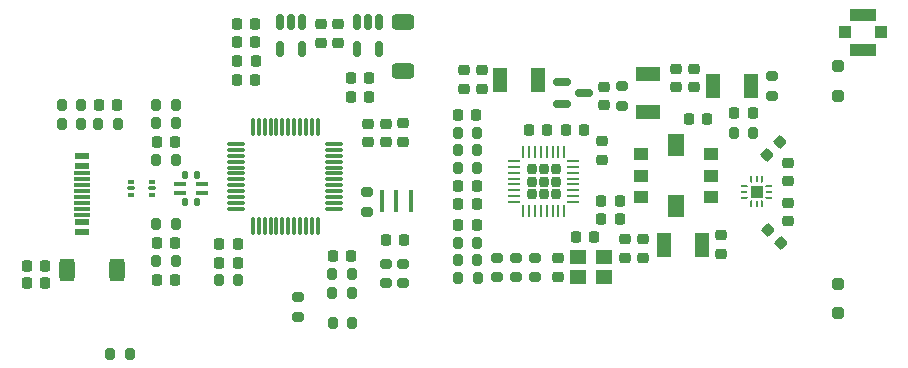
<source format=gtp>
G04 #@! TF.GenerationSoftware,KiCad,Pcbnew,8.0.4*
G04 #@! TF.CreationDate,2024-11-17T23:13:56+01:00*
G04 #@! TF.ProjectId,TEF6687,54454636-3638-4372-9e6b-696361645f70,v1.1*
G04 #@! TF.SameCoordinates,Original*
G04 #@! TF.FileFunction,Paste,Top*
G04 #@! TF.FilePolarity,Positive*
%FSLAX46Y46*%
G04 Gerber Fmt 4.6, Leading zero omitted, Abs format (unit mm)*
G04 Created by KiCad (PCBNEW 8.0.4) date 2024-11-17 23:13:56*
%MOMM*%
%LPD*%
G01*
G04 APERTURE LIST*
G04 Aperture macros list*
%AMRoundRect*
0 Rectangle with rounded corners*
0 $1 Rounding radius*
0 $2 $3 $4 $5 $6 $7 $8 $9 X,Y pos of 4 corners*
0 Add a 4 corners polygon primitive as box body*
4,1,4,$2,$3,$4,$5,$6,$7,$8,$9,$2,$3,0*
0 Add four circle primitives for the rounded corners*
1,1,$1+$1,$2,$3*
1,1,$1+$1,$4,$5*
1,1,$1+$1,$6,$7*
1,1,$1+$1,$8,$9*
0 Add four rect primitives between the rounded corners*
20,1,$1+$1,$2,$3,$4,$5,0*
20,1,$1+$1,$4,$5,$6,$7,0*
20,1,$1+$1,$6,$7,$8,$9,0*
20,1,$1+$1,$8,$9,$2,$3,0*%
%AMFreePoly0*
4,1,6,0.397500,-0.010000,0.397500,-0.125000,-0.202500,-0.125000,-0.202500,0.125000,0.217500,0.125000,0.397500,-0.010000,0.397500,-0.010000,$1*%
%AMFreePoly1*
4,1,6,0.397500,0.010000,0.217500,-0.125000,-0.202500,-0.125000,-0.202500,0.125000,0.397500,0.125000,0.397500,0.010000,0.397500,0.010000,$1*%
%AMFreePoly2*
4,1,7,0.202500,-0.125000,-0.202500,-0.125000,-0.397500,-0.125000,-0.397500,-0.010000,-0.217500,0.125000,0.202500,0.125000,0.202500,-0.125000,0.202500,-0.125000,$1*%
G04 Aperture macros list end*
%ADD10RoundRect,0.249999X0.700001X-0.387501X0.700001X0.387501X-0.700001X0.387501X-0.700001X-0.387501X0*%
%ADD11RoundRect,0.225000X-0.225000X-0.250000X0.225000X-0.250000X0.225000X0.250000X-0.225000X0.250000X0*%
%ADD12RoundRect,0.250000X0.250000X-0.250000X0.250000X0.250000X-0.250000X0.250000X-0.250000X-0.250000X0*%
%ADD13RoundRect,0.225000X0.225000X0.250000X-0.225000X0.250000X-0.225000X-0.250000X0.225000X-0.250000X0*%
%ADD14RoundRect,0.200000X0.200000X0.275000X-0.200000X0.275000X-0.200000X-0.275000X0.200000X-0.275000X0*%
%ADD15RoundRect,0.150000X-0.150000X0.512500X-0.150000X-0.512500X0.150000X-0.512500X0.150000X0.512500X0*%
%ADD16RoundRect,0.150000X-0.587500X-0.150000X0.587500X-0.150000X0.587500X0.150000X-0.587500X0.150000X0*%
%ADD17R,0.400000X1.900000*%
%ADD18R,1.200000X2.000000*%
%ADD19RoundRect,0.250000X-0.250000X0.250000X-0.250000X-0.250000X0.250000X-0.250000X0.250000X0.250000X0*%
%ADD20RoundRect,0.225000X0.250000X-0.225000X0.250000X0.225000X-0.250000X0.225000X-0.250000X-0.225000X0*%
%ADD21RoundRect,0.200000X-0.275000X0.200000X-0.275000X-0.200000X0.275000X-0.200000X0.275000X0.200000X0*%
%ADD22R,1.100000X0.400000*%
%ADD23RoundRect,0.200000X0.275000X-0.200000X0.275000X0.200000X-0.275000X0.200000X-0.275000X-0.200000X0*%
%ADD24RoundRect,0.075000X0.662500X0.075000X-0.662500X0.075000X-0.662500X-0.075000X0.662500X-0.075000X0*%
%ADD25RoundRect,0.075000X0.075000X0.662500X-0.075000X0.662500X-0.075000X-0.662500X0.075000X-0.662500X0*%
%ADD26RoundRect,0.249999X-0.387501X-0.700001X0.387501X-0.700001X0.387501X0.700001X-0.387501X0.700001X0*%
%ADD27R,1.000000X1.000000*%
%ADD28R,2.200000X1.050000*%
%ADD29FreePoly0,0.000000*%
%ADD30R,0.600000X0.250000*%
%ADD31FreePoly1,0.000000*%
%ADD32FreePoly0,90.000000*%
%ADD33R,0.250000X0.600000*%
%ADD34FreePoly2,270.000000*%
%ADD35FreePoly0,180.000000*%
%ADD36FreePoly1,180.000000*%
%ADD37FreePoly0,270.000000*%
%ADD38FreePoly2,90.000000*%
%ADD39R,1.100000X1.100000*%
%ADD40RoundRect,0.200000X-0.200000X-0.275000X0.200000X-0.275000X0.200000X0.275000X-0.200000X0.275000X0*%
%ADD41RoundRect,0.135000X0.135000X0.185000X-0.135000X0.185000X-0.135000X-0.185000X0.135000X-0.185000X0*%
%ADD42RoundRect,0.225000X0.017678X-0.335876X0.335876X-0.017678X-0.017678X0.335876X-0.335876X0.017678X0*%
%ADD43R,1.275000X0.600000*%
%ADD44R,1.300000X0.600000*%
%ADD45R,1.370000X0.300000*%
%ADD46RoundRect,0.135000X-0.135000X-0.185000X0.135000X-0.185000X0.135000X0.185000X-0.135000X0.185000X0*%
%ADD47RoundRect,0.207500X0.207500X0.207500X-0.207500X0.207500X-0.207500X-0.207500X0.207500X-0.207500X0*%
%ADD48RoundRect,0.062500X0.437500X0.062500X-0.437500X0.062500X-0.437500X-0.062500X0.437500X-0.062500X0*%
%ADD49RoundRect,0.062500X0.062500X0.437500X-0.062500X0.437500X-0.062500X-0.437500X0.062500X-0.437500X0*%
%ADD50RoundRect,0.225000X-0.250000X0.225000X-0.250000X-0.225000X0.250000X-0.225000X0.250000X0.225000X0*%
%ADD51R,2.000000X1.200000*%
%ADD52RoundRect,0.218750X0.218750X0.256250X-0.218750X0.256250X-0.218750X-0.256250X0.218750X-0.256250X0*%
%ADD53R,1.400000X1.200000*%
%ADD54RoundRect,0.218750X-0.218750X-0.256250X0.218750X-0.256250X0.218750X0.256250X-0.218750X0.256250X0*%
%ADD55RoundRect,0.225000X0.335876X0.017678X0.017678X0.335876X-0.335876X-0.017678X-0.017678X-0.335876X0*%
%ADD56R,1.300000X1.000000*%
%ADD57R,1.400000X1.900000*%
%ADD58RoundRect,0.218750X-0.256250X0.218750X-0.256250X-0.218750X0.256250X-0.218750X0.256250X0.218750X0*%
%ADD59RoundRect,0.093750X-0.156250X-0.093750X0.156250X-0.093750X0.156250X0.093750X-0.156250X0.093750X0*%
%ADD60RoundRect,0.075000X-0.250000X-0.075000X0.250000X-0.075000X0.250000X0.075000X-0.250000X0.075000X0*%
G04 APERTURE END LIST*
D10*
G04 #@! TO.C,FB5*
X147300000Y-52912500D03*
X147300000Y-48687500D03*
G04 #@! TD*
D11*
G04 #@! TO.C,C6*
X175325000Y-56400000D03*
X176875000Y-56400000D03*
G04 #@! TD*
D12*
G04 #@! TO.C,D5*
X184100000Y-54950000D03*
X184100000Y-52450000D03*
G04 #@! TD*
D13*
G04 #@! TO.C,C43*
X144425000Y-53500000D03*
X142875000Y-53500000D03*
G04 #@! TD*
D14*
G04 #@! TO.C,R28*
X133325000Y-70600000D03*
X131675000Y-70600000D03*
G04 #@! TD*
G04 #@! TO.C,R12*
X153550000Y-58100000D03*
X151900000Y-58100000D03*
G04 #@! TD*
D13*
G04 #@! TO.C,C5*
X123050000Y-55750000D03*
X121500000Y-55750000D03*
G04 #@! TD*
D15*
G04 #@! TO.C,U5*
X138750000Y-48762500D03*
X137800000Y-48762500D03*
X136850000Y-48762500D03*
X136850000Y-51037500D03*
X138750000Y-51037500D03*
G04 #@! TD*
D16*
G04 #@! TO.C,D4*
X160700000Y-53800000D03*
X160700000Y-55700000D03*
X162575000Y-54750000D03*
G04 #@! TD*
D17*
G04 #@! TO.C,Y2*
X145500000Y-63900000D03*
X146700000Y-63900000D03*
X147900000Y-63900000D03*
G04 #@! TD*
D18*
G04 #@! TO.C,L4*
X172542000Y-67564000D03*
X169342000Y-67564000D03*
G04 #@! TD*
D19*
G04 #@! TO.C,D6*
X184100000Y-70900000D03*
X184100000Y-73400000D03*
G04 #@! TD*
D14*
G04 #@! TO.C,R4*
X123100000Y-57400000D03*
X121450000Y-57400000D03*
G04 #@! TD*
D20*
G04 #@! TO.C,C33*
X144300000Y-58875000D03*
X144300000Y-57325000D03*
G04 #@! TD*
D11*
G04 #@! TO.C,C26*
X161925000Y-66900000D03*
X163475000Y-66900000D03*
G04 #@! TD*
D14*
G04 #@! TO.C,R15*
X153550000Y-67400000D03*
X151900000Y-67400000D03*
G04 #@! TD*
D11*
G04 #@! TO.C,C36*
X131725000Y-67500000D03*
X133275000Y-67500000D03*
G04 #@! TD*
D13*
G04 #@! TO.C,C22*
X165600000Y-65400000D03*
X164050000Y-65400000D03*
G04 #@! TD*
D20*
G04 #@! TO.C,C31*
X145800000Y-58875000D03*
X145800000Y-57325000D03*
G04 #@! TD*
D11*
G04 #@! TO.C,C12*
X151925000Y-56600000D03*
X153475000Y-56600000D03*
G04 #@! TD*
D21*
G04 #@! TO.C,R25*
X138400000Y-72025000D03*
X138400000Y-73675000D03*
G04 #@! TD*
D22*
G04 #@! TO.C,FL1*
X130250000Y-62400000D03*
X128350000Y-62400000D03*
X130250000Y-63200000D03*
X128350000Y-63200000D03*
G04 #@! TD*
D20*
G04 #@! TO.C,C18*
X174200000Y-68325000D03*
X174200000Y-66775000D03*
G04 #@! TD*
D13*
G04 #@! TO.C,C32*
X127975000Y-70600000D03*
X126425000Y-70600000D03*
G04 #@! TD*
D23*
G04 #@! TO.C,R8*
X178500000Y-54975000D03*
X178500000Y-53325000D03*
G04 #@! TD*
D24*
G04 #@! TO.C,U4*
X141462500Y-64550000D03*
X141462500Y-64050000D03*
X141462500Y-63550000D03*
X141462500Y-63050000D03*
X141462500Y-62550000D03*
X141462500Y-62050000D03*
X141462500Y-61550000D03*
X141462500Y-61050000D03*
X141462500Y-60550000D03*
X141462500Y-60050000D03*
X141462500Y-59550000D03*
X141462500Y-59050000D03*
D25*
X140050000Y-57637500D03*
X139550000Y-57637500D03*
X139050000Y-57637500D03*
X138550000Y-57637500D03*
X138050000Y-57637500D03*
X137550000Y-57637500D03*
X137050000Y-57637500D03*
X136550000Y-57637500D03*
X136050000Y-57637500D03*
X135550000Y-57637500D03*
X135050000Y-57637500D03*
X134550000Y-57637500D03*
D24*
X133137500Y-59050000D03*
X133137500Y-59550000D03*
X133137500Y-60050000D03*
X133137500Y-60550000D03*
X133137500Y-61050000D03*
X133137500Y-61550000D03*
X133137500Y-62050000D03*
X133137500Y-62550000D03*
X133137500Y-63050000D03*
X133137500Y-63550000D03*
X133137500Y-64050000D03*
X133137500Y-64550000D03*
D25*
X134550000Y-65962500D03*
X135050000Y-65962500D03*
X135550000Y-65962500D03*
X136050000Y-65962500D03*
X136550000Y-65962500D03*
X137050000Y-65962500D03*
X137550000Y-65962500D03*
X138050000Y-65962500D03*
X138550000Y-65962500D03*
X139050000Y-65962500D03*
X139550000Y-65962500D03*
X140050000Y-65962500D03*
G04 #@! TD*
D11*
G04 #@! TO.C,C4*
X115425000Y-70850000D03*
X116975000Y-70850000D03*
G04 #@! TD*
D26*
G04 #@! TO.C,FB1*
X118787500Y-69750000D03*
X123012500Y-69750000D03*
G04 #@! TD*
D27*
G04 #@! TO.C,J8*
X184700000Y-49579000D03*
D28*
X186200000Y-48104000D03*
D27*
X187700000Y-49579000D03*
D28*
X186200000Y-51054000D03*
G04 #@! TD*
D29*
G04 #@! TO.C,U2*
X176052500Y-62600000D03*
D30*
X176150000Y-63100000D03*
D31*
X176052500Y-63600000D03*
D32*
X176700000Y-64247500D03*
D33*
X177200000Y-64150000D03*
D34*
X177700000Y-64247500D03*
D35*
X178347500Y-63600000D03*
D30*
X178250000Y-63100000D03*
D36*
X178347500Y-62600000D03*
D37*
X177700000Y-61952500D03*
D33*
X177200000Y-62050000D03*
D38*
X176700000Y-61952500D03*
D39*
X177200000Y-63100000D03*
G04 #@! TD*
D13*
G04 #@! TO.C,C40*
X134775000Y-48900000D03*
X133225000Y-48900000D03*
G04 #@! TD*
D23*
G04 #@! TO.C,R9*
X165800000Y-55825000D03*
X165800000Y-54175000D03*
G04 #@! TD*
D40*
G04 #@! TO.C,R16*
X151900000Y-59600000D03*
X153550000Y-59600000D03*
G04 #@! TD*
D14*
G04 #@! TO.C,R24*
X142925000Y-70100000D03*
X141275000Y-70100000D03*
G04 #@! TD*
D20*
G04 #@! TO.C,C8*
X171900000Y-54225000D03*
X171900000Y-52675000D03*
G04 #@! TD*
D13*
G04 #@! TO.C,C28*
X153500000Y-64100000D03*
X151950000Y-64100000D03*
G04 #@! TD*
G04 #@! TO.C,C2*
X127975000Y-58850000D03*
X126425000Y-58850000D03*
G04 #@! TD*
D40*
G04 #@! TO.C,R6*
X122475000Y-76800000D03*
X124125000Y-76800000D03*
G04 #@! TD*
D11*
G04 #@! TO.C,C20*
X171475000Y-56950000D03*
X173025000Y-56950000D03*
G04 #@! TD*
D40*
G04 #@! TO.C,R29*
X126375000Y-69000000D03*
X128025000Y-69000000D03*
G04 #@! TD*
D14*
G04 #@! TO.C,R23*
X142925000Y-71650000D03*
X141275000Y-71650000D03*
G04 #@! TD*
D11*
G04 #@! TO.C,C35*
X141325000Y-68500000D03*
X142875000Y-68500000D03*
G04 #@! TD*
D41*
G04 #@! TO.C,R30*
X129810000Y-61650000D03*
X128790000Y-61650000D03*
G04 #@! TD*
D40*
G04 #@! TO.C,R2*
X126375000Y-65800000D03*
X128025000Y-65800000D03*
G04 #@! TD*
D21*
G04 #@! TO.C,R18*
X158425000Y-68675000D03*
X158425000Y-70325000D03*
G04 #@! TD*
D42*
G04 #@! TO.C,C15*
X178101992Y-59948008D03*
X179198008Y-58851992D03*
G04 #@! TD*
D13*
G04 #@! TO.C,C42*
X134775000Y-50400000D03*
X133225000Y-50400000D03*
G04 #@! TD*
D21*
G04 #@! TO.C,R19*
X155225000Y-68675000D03*
X155225000Y-70325000D03*
G04 #@! TD*
D43*
G04 #@! TO.C,J1*
X120112500Y-60080000D03*
D44*
X120100000Y-60880000D03*
D45*
X120065000Y-62030000D03*
X120065000Y-63030000D03*
X120065000Y-63530000D03*
X120065000Y-64530000D03*
D43*
X120112500Y-66480000D03*
D44*
X120100000Y-65680000D03*
D45*
X120065000Y-65030000D03*
X120065000Y-64030000D03*
X120065000Y-62530000D03*
X120065000Y-61530000D03*
G04 #@! TD*
D18*
G04 #@! TO.C,L1*
X176750000Y-54150000D03*
X173550000Y-54150000D03*
G04 #@! TD*
D11*
G04 #@! TO.C,C30*
X151950000Y-65900000D03*
X153500000Y-65900000D03*
G04 #@! TD*
D21*
G04 #@! TO.C,R11*
X156825000Y-68675000D03*
X156825000Y-70325000D03*
G04 #@! TD*
D46*
G04 #@! TO.C,R31*
X128790000Y-64000000D03*
X129810000Y-64000000D03*
G04 #@! TD*
D13*
G04 #@! TO.C,C23*
X165600000Y-63900000D03*
X164050000Y-63900000D03*
G04 #@! TD*
D20*
G04 #@! TO.C,C39*
X141800000Y-50475000D03*
X141800000Y-48925000D03*
G04 #@! TD*
D47*
G04 #@! TO.C,U3*
X160205000Y-63260000D03*
X160205000Y-62230000D03*
X160205000Y-61200000D03*
X159175000Y-63260000D03*
X159175000Y-62230000D03*
X159175000Y-61200000D03*
X158145000Y-63260000D03*
X158145000Y-62230000D03*
X158145000Y-61200000D03*
D48*
X161675000Y-63980000D03*
X161675000Y-63480000D03*
X161675000Y-62980000D03*
X161675000Y-62480000D03*
X161675000Y-61980000D03*
X161675000Y-61480000D03*
X161675000Y-60980000D03*
X161675000Y-60480000D03*
D49*
X160925000Y-59730000D03*
X160425000Y-59730000D03*
X159925000Y-59730000D03*
X159425000Y-59730000D03*
X158925000Y-59730000D03*
X158425000Y-59730000D03*
X157925000Y-59730000D03*
X157425000Y-59730000D03*
D48*
X156675000Y-60480000D03*
X156675000Y-60980000D03*
X156675000Y-61480000D03*
X156675000Y-61980000D03*
X156675000Y-62480000D03*
X156675000Y-62980000D03*
X156675000Y-63480000D03*
X156675000Y-63980000D03*
D49*
X157425000Y-64730000D03*
X157925000Y-64730000D03*
X158425000Y-64730000D03*
X158925000Y-64730000D03*
X159425000Y-64730000D03*
X159925000Y-64730000D03*
X160425000Y-64730000D03*
X160925000Y-64730000D03*
G04 #@! TD*
D50*
G04 #@! TO.C,C21*
X160350000Y-68725000D03*
X160350000Y-70275000D03*
G04 #@! TD*
G04 #@! TO.C,C11*
X152412500Y-52825000D03*
X152412500Y-54375000D03*
G04 #@! TD*
D14*
G04 #@! TO.C,R13*
X153550000Y-61100000D03*
X151900000Y-61100000D03*
G04 #@! TD*
D20*
G04 #@! TO.C,C19*
X167589200Y-68675000D03*
X167589200Y-67125000D03*
G04 #@! TD*
D51*
G04 #@! TO.C,L2*
X168050000Y-53150000D03*
X168050000Y-56350000D03*
G04 #@! TD*
D23*
G04 #@! TO.C,R20*
X147300000Y-70825000D03*
X147300000Y-69175000D03*
G04 #@! TD*
D40*
G04 #@! TO.C,R7*
X175275000Y-58150000D03*
X176925000Y-58150000D03*
G04 #@! TD*
D13*
G04 #@! TO.C,C41*
X144425000Y-55050000D03*
X142875000Y-55050000D03*
G04 #@! TD*
D20*
G04 #@! TO.C,C7*
X170350000Y-54225000D03*
X170350000Y-52675000D03*
G04 #@! TD*
G04 #@! TO.C,C38*
X140300000Y-50475000D03*
X140300000Y-48925000D03*
G04 #@! TD*
D13*
G04 #@! TO.C,C29*
X153500000Y-62600000D03*
X151950000Y-62600000D03*
G04 #@! TD*
D11*
G04 #@! TO.C,C34*
X133225000Y-53600000D03*
X134775000Y-53600000D03*
G04 #@! TD*
D52*
G04 #@! TO.C,FB3*
X134787500Y-52000000D03*
X133212500Y-52000000D03*
G04 #@! TD*
D23*
G04 #@! TO.C,R21*
X145800000Y-70825000D03*
X145800000Y-69175000D03*
G04 #@! TD*
D40*
G04 #@! TO.C,R1*
X126375000Y-60400000D03*
X128025000Y-60400000D03*
G04 #@! TD*
D50*
G04 #@! TO.C,C10*
X164300000Y-54225000D03*
X164300000Y-55775000D03*
G04 #@! TD*
D53*
G04 #@! TO.C,Y1*
X164300000Y-68650000D03*
X162100000Y-68650000D03*
X162100000Y-70350000D03*
X164300000Y-70350000D03*
G04 #@! TD*
D18*
G04 #@! TO.C,L3*
X158712500Y-53600000D03*
X155512500Y-53600000D03*
G04 #@! TD*
D54*
G04 #@! TO.C,FB2*
X145812500Y-67150000D03*
X147387500Y-67150000D03*
G04 #@! TD*
D55*
G04 #@! TO.C,C14*
X179248008Y-67398008D03*
X178151992Y-66301992D03*
G04 #@! TD*
D21*
G04 #@! TO.C,R22*
X144200000Y-63125000D03*
X144200000Y-64775000D03*
G04 #@! TD*
D14*
G04 #@! TO.C,R3*
X120025000Y-57400000D03*
X118375000Y-57400000D03*
G04 #@! TD*
D40*
G04 #@! TO.C,R5*
X118375000Y-55750000D03*
X120025000Y-55750000D03*
G04 #@! TD*
G04 #@! TO.C,R10*
X141325000Y-74200000D03*
X142975000Y-74200000D03*
G04 #@! TD*
D11*
G04 #@! TO.C,C24*
X157925000Y-57900000D03*
X159475000Y-57900000D03*
G04 #@! TD*
D14*
G04 #@! TO.C,R14*
X153550000Y-68900000D03*
X151900000Y-68900000D03*
G04 #@! TD*
D56*
G04 #@! TO.C,TR1*
X167375000Y-59930000D03*
X167375000Y-61730000D03*
X167375000Y-63530000D03*
X173375000Y-63530000D03*
X173375000Y-61730000D03*
X173375000Y-59930000D03*
D57*
X170375000Y-59130000D03*
X170375000Y-64330000D03*
G04 #@! TD*
D50*
G04 #@! TO.C,C9*
X153912500Y-52825000D03*
X153912500Y-54375000D03*
G04 #@! TD*
D58*
G04 #@! TO.C,FB4*
X147300000Y-57312500D03*
X147300000Y-58887500D03*
G04 #@! TD*
D11*
G04 #@! TO.C,C1*
X115425000Y-69342000D03*
X116975000Y-69342000D03*
G04 #@! TD*
D20*
G04 #@! TO.C,C17*
X179900000Y-65575000D03*
X179900000Y-64025000D03*
G04 #@! TD*
D11*
G04 #@! TO.C,C37*
X131725000Y-69100000D03*
X133275000Y-69100000D03*
G04 #@! TD*
G04 #@! TO.C,C3*
X126425000Y-67400000D03*
X127975000Y-67400000D03*
G04 #@! TD*
D14*
G04 #@! TO.C,R17*
X153575000Y-70400000D03*
X151925000Y-70400000D03*
G04 #@! TD*
D15*
G04 #@! TO.C,U6*
X145250000Y-48762500D03*
X144300000Y-48762500D03*
X143350000Y-48762500D03*
X143350000Y-51037500D03*
X145250000Y-51037500D03*
G04 #@! TD*
D20*
G04 #@! TO.C,C25*
X166100000Y-68675000D03*
X166100000Y-67125000D03*
G04 #@! TD*
D14*
G04 #@! TO.C,R26*
X128025000Y-55750000D03*
X126375000Y-55750000D03*
G04 #@! TD*
D11*
G04 #@! TO.C,C13*
X161025000Y-57900000D03*
X162575000Y-57900000D03*
G04 #@! TD*
D59*
G04 #@! TO.C,U1*
X124275000Y-62262500D03*
D60*
X124200000Y-62800000D03*
D59*
X124275000Y-63337500D03*
X125975000Y-63337500D03*
D60*
X126050000Y-62800000D03*
D59*
X125975000Y-62262500D03*
G04 #@! TD*
D20*
G04 #@! TO.C,C16*
X179900000Y-62175000D03*
X179900000Y-60625000D03*
G04 #@! TD*
G04 #@! TO.C,C27*
X164100000Y-60375000D03*
X164100000Y-58825000D03*
G04 #@! TD*
D14*
G04 #@! TO.C,R27*
X128025000Y-57250000D03*
X126375000Y-57250000D03*
G04 #@! TD*
M02*

</source>
